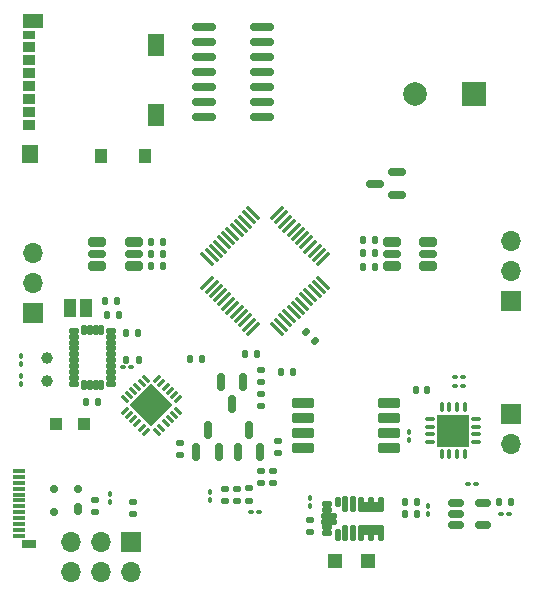
<source format=gbr>
%TF.GenerationSoftware,KiCad,Pcbnew,8.0.5*%
%TF.CreationDate,2024-10-25T00:02:52-07:00*%
%TF.ProjectId,Vanguard_new,56616e67-7561-4726-945f-6e65772e6b69,rev?*%
%TF.SameCoordinates,Original*%
%TF.FileFunction,Soldermask,Top*%
%TF.FilePolarity,Negative*%
%FSLAX46Y46*%
G04 Gerber Fmt 4.6, Leading zero omitted, Abs format (unit mm)*
G04 Created by KiCad (PCBNEW 8.0.5) date 2024-10-25 00:02:52*
%MOMM*%
%LPD*%
G01*
G04 APERTURE LIST*
G04 Aperture macros list*
%AMRoundRect*
0 Rectangle with rounded corners*
0 $1 Rounding radius*
0 $2 $3 $4 $5 $6 $7 $8 $9 X,Y pos of 4 corners*
0 Add a 4 corners polygon primitive as box body*
4,1,4,$2,$3,$4,$5,$6,$7,$8,$9,$2,$3,0*
0 Add four circle primitives for the rounded corners*
1,1,$1+$1,$2,$3*
1,1,$1+$1,$4,$5*
1,1,$1+$1,$6,$7*
1,1,$1+$1,$8,$9*
0 Add four rect primitives between the rounded corners*
20,1,$1+$1,$2,$3,$4,$5,0*
20,1,$1+$1,$4,$5,$6,$7,0*
20,1,$1+$1,$6,$7,$8,$9,0*
20,1,$1+$1,$8,$9,$2,$3,0*%
%AMRotRect*
0 Rectangle, with rotation*
0 The origin of the aperture is its center*
0 $1 length*
0 $2 width*
0 $3 Rotation angle, in degrees counterclockwise*
0 Add horizontal line*
21,1,$1,$2,0,0,$3*%
G04 Aperture macros list end*
%ADD10O,1.700000X1.700000*%
%ADD11R,1.700000X1.700000*%
%ADD12R,1.000000X1.000000*%
%ADD13RoundRect,0.135000X-0.135000X-0.185000X0.135000X-0.185000X0.135000X0.185000X-0.135000X0.185000X0*%
%ADD14RoundRect,0.100000X0.100000X-0.130000X0.100000X0.130000X-0.100000X0.130000X-0.100000X-0.130000X0*%
%ADD15RoundRect,0.135000X0.185000X-0.135000X0.185000X0.135000X-0.185000X0.135000X-0.185000X-0.135000X0*%
%ADD16RoundRect,0.100000X-0.130000X-0.100000X0.130000X-0.100000X0.130000X0.100000X-0.130000X0.100000X0*%
%ADD17RoundRect,0.150000X0.150000X-0.587500X0.150000X0.587500X-0.150000X0.587500X-0.150000X-0.587500X0*%
%ADD18R,1.000000X0.380000*%
%ADD19R,1.150000X0.700000*%
%ADD20RoundRect,0.135000X-0.185000X0.135000X-0.185000X-0.135000X0.185000X-0.135000X0.185000X0.135000X0*%
%ADD21RoundRect,0.147500X-0.147500X-0.172500X0.147500X-0.172500X0.147500X0.172500X-0.147500X0.172500X0*%
%ADD22RoundRect,0.075000X0.521491X-0.415425X-0.415425X0.521491X-0.521491X0.415425X0.415425X-0.521491X0*%
%ADD23RoundRect,0.075000X0.521491X0.415425X0.415425X0.521491X-0.521491X-0.415425X-0.415425X-0.521491X0*%
%ADD24C,1.000000*%
%ADD25RoundRect,0.100000X0.130000X0.100000X-0.130000X0.100000X-0.130000X-0.100000X0.130000X-0.100000X0*%
%ADD26RoundRect,0.135000X0.135000X0.185000X-0.135000X0.185000X-0.135000X-0.185000X0.135000X-0.185000X0*%
%ADD27R,2.700000X2.700000*%
%ADD28RoundRect,0.087500X-0.325000X0.087500X-0.325000X-0.087500X0.325000X-0.087500X0.325000X0.087500X0*%
%ADD29RoundRect,0.087500X-0.087500X0.325000X-0.087500X-0.325000X0.087500X-0.325000X0.087500X0.325000X0*%
%ADD30RoundRect,0.098000X0.859000X0.294000X-0.859000X0.294000X-0.859000X-0.294000X0.859000X-0.294000X0*%
%ADD31RoundRect,0.100000X-0.100000X0.130000X-0.100000X-0.130000X0.100000X-0.130000X0.100000X0.130000X0*%
%ADD32RoundRect,0.150000X-0.512500X-0.150000X0.512500X-0.150000X0.512500X0.150000X-0.512500X0.150000X0*%
%ADD33RoundRect,0.160000X0.565000X0.240000X-0.565000X0.240000X-0.565000X-0.240000X0.565000X-0.240000X0*%
%ADD34RoundRect,0.120000X0.605000X0.180000X-0.605000X0.180000X-0.605000X-0.180000X0.605000X-0.180000X0*%
%ADD35R,1.200000X1.200000*%
%ADD36RoundRect,0.102000X0.975000X-0.300000X0.975000X0.300000X-0.975000X0.300000X-0.975000X-0.300000X0*%
%ADD37RoundRect,0.102000X0.350000X-0.125000X0.350000X0.125000X-0.350000X0.125000X-0.350000X-0.125000X0*%
%ADD38RoundRect,0.102000X0.550000X-0.125000X0.550000X0.125000X-0.550000X0.125000X-0.550000X-0.125000X0*%
%ADD39RoundRect,0.102000X0.125000X-0.350000X0.125000X0.350000X-0.125000X0.350000X-0.125000X-0.350000X0*%
%ADD40RoundRect,0.102000X0.125000X-0.550000X0.125000X0.550000X-0.125000X0.550000X-0.125000X-0.550000X0*%
%ADD41RoundRect,0.102000X0.125000X-0.400000X0.125000X0.400000X-0.125000X0.400000X-0.125000X-0.400000X0*%
%ADD42RoundRect,0.135000X0.226274X0.035355X0.035355X0.226274X-0.226274X-0.035355X-0.035355X-0.226274X0*%
%ADD43R,1.000000X1.500000*%
%ADD44R,1.800000X1.170000*%
%ADD45R,1.350000X1.900000*%
%ADD46R,1.350000X1.550000*%
%ADD47R,1.000000X1.200000*%
%ADD48R,1.100000X0.750000*%
%ADD49R,1.100000X0.850000*%
%ADD50RoundRect,0.160000X-0.565000X-0.240000X0.565000X-0.240000X0.565000X0.240000X-0.565000X0.240000X0*%
%ADD51RoundRect,0.120000X-0.605000X-0.180000X0.605000X-0.180000X0.605000X0.180000X-0.605000X0.180000X0*%
%ADD52C,2.000000*%
%ADD53R,2.000000X2.000000*%
%ADD54RoundRect,0.175000X0.175000X0.325000X-0.175000X0.325000X-0.175000X-0.325000X0.175000X-0.325000X0*%
%ADD55RoundRect,0.150000X0.200000X0.150000X-0.200000X0.150000X-0.200000X-0.150000X0.200000X-0.150000X0*%
%ADD56RoundRect,0.062500X-0.291682X0.203293X0.203293X-0.291682X0.291682X-0.203293X-0.203293X0.291682X0*%
%ADD57RoundRect,0.062500X-0.291682X-0.203293X-0.203293X-0.291682X0.291682X0.203293X0.203293X0.291682X0*%
%ADD58RotRect,2.600000X2.600000X315.000000*%
%ADD59RoundRect,0.102000X0.337500X-0.125000X0.337500X0.125000X-0.337500X0.125000X-0.337500X-0.125000X0*%
%ADD60RoundRect,0.102000X0.125000X-0.287500X0.125000X0.287500X-0.125000X0.287500X-0.125000X-0.287500X0*%
%ADD61RoundRect,0.150000X-0.150000X0.587500X-0.150000X-0.587500X0.150000X-0.587500X0.150000X0.587500X0*%
%ADD62RoundRect,0.150000X0.587500X0.150000X-0.587500X0.150000X-0.587500X-0.150000X0.587500X-0.150000X0*%
%ADD63RoundRect,0.150000X-0.825000X-0.150000X0.825000X-0.150000X0.825000X0.150000X-0.825000X0.150000X0*%
G04 APERTURE END LIST*
D10*
%TO.C,J6*%
X378459520Y-19590063D03*
D11*
X378459520Y-17050063D03*
%TD*%
D12*
%TO.C,TP2*%
X340000000Y-17907491D03*
%TD*%
%TO.C,TP1*%
X342298854Y-17907491D03*
%TD*%
D11*
%TO.C,J2*%
X346298854Y-27867491D03*
D10*
X346298854Y-30407491D03*
X343758854Y-27867491D03*
X343758854Y-30407491D03*
X341218854Y-27867491D03*
X341218854Y-30407491D03*
%TD*%
D13*
%TO.C,R16*%
X370500000Y-24500000D03*
X369480002Y-24500000D03*
%TD*%
D14*
%TO.C,C4*%
X361500000Y-24180000D03*
X361500000Y-24820000D03*
%TD*%
D15*
%TO.C,R7*%
X357298854Y-14377490D03*
X357298854Y-13357492D03*
%TD*%
%TO.C,R11*%
X350500000Y-20509999D03*
X350500000Y-19490001D03*
%TD*%
D16*
%TO.C,D5*%
X378320000Y-25500000D03*
X377680000Y-25500000D03*
%TD*%
D17*
%TO.C,Q1*%
X355348854Y-20242491D03*
X357248854Y-20242491D03*
X356298854Y-18367491D03*
%TD*%
D13*
%TO.C,R13*%
X351298854Y-12367491D03*
X352318852Y-12367491D03*
%TD*%
D16*
%TO.C,D2*%
X357118854Y-25367491D03*
X356478854Y-25367491D03*
%TD*%
D18*
%TO.C,J1*%
X336798854Y-27367491D03*
X336798854Y-26867491D03*
X336798854Y-26367491D03*
X336798854Y-25867491D03*
X336798854Y-25367491D03*
X336798854Y-24867491D03*
X336798854Y-24367491D03*
X336798854Y-23867491D03*
X336798854Y-23367491D03*
X336798854Y-22867491D03*
X336798854Y-22367491D03*
X336798854Y-21867491D03*
D19*
X337638854Y-28037491D03*
%TD*%
D16*
%TO.C,C7*%
X345662500Y-13040000D03*
X346302500Y-13040000D03*
%TD*%
D20*
%TO.C,R5*%
X358298854Y-22877490D03*
X358298854Y-21857492D03*
%TD*%
%TO.C,R1*%
X343298854Y-25377491D03*
X343298854Y-24357491D03*
%TD*%
D13*
%TO.C,R21*%
X358990000Y-13500000D03*
X360010000Y-13500000D03*
%TD*%
%TO.C,R24*%
X342500000Y-16000000D03*
X343519998Y-16000000D03*
%TD*%
D21*
%TO.C,L1*%
X371382399Y-15005582D03*
X370412399Y-15005582D03*
%TD*%
D22*
%TO.C,U2*%
X358671573Y-9828427D03*
X359025127Y-9474873D03*
X359378680Y-9121320D03*
X359732234Y-8767766D03*
X360085787Y-8414213D03*
X360439340Y-8060660D03*
X360792894Y-7707106D03*
X361146447Y-7353553D03*
X361500000Y-7000000D03*
X361853554Y-6646446D03*
X362207107Y-6292893D03*
X362560661Y-5939339D03*
D23*
X362560661Y-3941763D03*
X362207107Y-3588209D03*
X361853554Y-3234656D03*
X361500000Y-2881102D03*
X361146447Y-2527549D03*
X360792894Y-2173996D03*
X360439340Y-1820442D03*
X360085787Y-1466889D03*
X359732234Y-1113336D03*
X359378680Y-759782D03*
X359025127Y-406229D03*
X358671573Y-52675D03*
D22*
X356673997Y-52675D03*
X356320443Y-406229D03*
X355966890Y-759782D03*
X355613336Y-1113336D03*
X355259783Y-1466889D03*
X354906230Y-1820442D03*
X354552676Y-2173996D03*
X354199123Y-2527549D03*
X353845570Y-2881102D03*
X353492016Y-3234656D03*
X353138463Y-3588209D03*
X352784909Y-3941763D03*
D23*
X352784909Y-5939339D03*
X353138463Y-6292893D03*
X353492016Y-6646446D03*
X353845570Y-7000000D03*
X354199123Y-7353553D03*
X354552676Y-7707106D03*
X354906230Y-8060660D03*
X355259783Y-8414213D03*
X355613336Y-8767766D03*
X355966890Y-9121320D03*
X356320443Y-9474873D03*
X356673997Y-9828427D03*
%TD*%
D24*
%TO.C,Y1*%
X339162500Y-12340000D03*
X339162500Y-14240000D03*
%TD*%
D25*
%TO.C,C10*%
X373759380Y-13944923D03*
X374399380Y-13944923D03*
%TD*%
D13*
%TO.C,R18*%
X345930000Y-12457500D03*
X346950000Y-12457500D03*
%TD*%
D26*
%TO.C,R23*%
X345092500Y-7490000D03*
X344072500Y-7490000D03*
%TD*%
D13*
%TO.C,R26*%
X366934999Y-3430000D03*
X365915001Y-3430000D03*
%TD*%
D15*
%TO.C,R10*%
X354250000Y-24379999D03*
X354250000Y-23360001D03*
%TD*%
D10*
%TO.C,J4*%
X378500000Y-2445001D03*
X378500000Y-4985000D03*
D11*
X378500000Y-7525000D03*
%TD*%
D10*
%TO.C,J5*%
X338000000Y-3460001D03*
X338000000Y-6000000D03*
D11*
X338000000Y-8540000D03*
%TD*%
D13*
%TO.C,R29*%
X349000000Y-3500000D03*
X347980002Y-3500000D03*
%TD*%
D27*
%TO.C,U8*%
X373594733Y-18450000D03*
D28*
X375557233Y-17475000D03*
X375557233Y-18125000D03*
X375557233Y-18775000D03*
X375557233Y-19425000D03*
D29*
X374569733Y-20412500D03*
X373919733Y-20412500D03*
X373269733Y-20412500D03*
X372619733Y-20412500D03*
D28*
X371632233Y-19425000D03*
X371632233Y-18775000D03*
X371632233Y-18125000D03*
X371632233Y-17475000D03*
D29*
X372619733Y-16487500D03*
X373269733Y-16487500D03*
X373919733Y-16487500D03*
X374569733Y-16487500D03*
%TD*%
D14*
%TO.C,C2*%
X337000000Y-12820000D03*
X337000000Y-12180000D03*
%TD*%
D26*
%TO.C,R9*%
X357009999Y-12000000D03*
X355990001Y-12000000D03*
%TD*%
D30*
%TO.C,U3*%
X360870000Y-19905000D03*
X360870000Y-18635000D03*
X360870000Y-17365000D03*
X360870000Y-16095000D03*
X368130000Y-16095000D03*
X368130000Y-17365000D03*
X368130000Y-18635000D03*
X368130000Y-19905000D03*
%TD*%
D13*
%TO.C,R17*%
X378509999Y-24500000D03*
X377490001Y-24500000D03*
%TD*%
D15*
%TO.C,R6*%
X357298854Y-21857492D03*
X357298854Y-22877490D03*
%TD*%
D14*
%TO.C,C8*%
X369836739Y-18574670D03*
X369836739Y-19214670D03*
%TD*%
D31*
%TO.C,D3*%
X353000000Y-23680000D03*
X353000000Y-24320000D03*
%TD*%
D32*
%TO.C,U4*%
X376137500Y-24550001D03*
X376137500Y-26449999D03*
X373862500Y-26449999D03*
X373862500Y-25500000D03*
X373862500Y-24550001D03*
%TD*%
D31*
%TO.C,C3*%
X337000000Y-13860000D03*
X337000000Y-14500000D03*
%TD*%
D20*
%TO.C,R12*%
X357298854Y-15357491D03*
X357298854Y-16377491D03*
%TD*%
D33*
%TO.C,PORTSIDE_RGB1*%
X343475000Y-4550000D03*
D34*
X343475000Y-3500000D03*
D33*
X343475000Y-2450000D03*
X346525000Y-2450000D03*
D34*
X346525000Y-3500000D03*
D33*
X346525000Y-4550000D03*
%TD*%
D13*
%TO.C,R25*%
X366934999Y-2320000D03*
X365915001Y-2320000D03*
%TD*%
D35*
%TO.C,D6*%
X363600001Y-29500000D03*
X366399999Y-29500000D03*
%TD*%
D13*
%TO.C,R19*%
X345910000Y-10227500D03*
X346930000Y-10227500D03*
%TD*%
D36*
%TO.C,U5*%
X366610000Y-24910000D03*
X366610000Y-26910000D03*
D37*
X362910000Y-27160000D03*
X362909999Y-26660000D03*
D38*
X363110000Y-26160000D03*
X363110000Y-25660000D03*
D37*
X362909999Y-25160000D03*
X362910000Y-24660000D03*
D39*
X363810000Y-24460000D03*
D40*
X364459999Y-24660000D03*
X365110000Y-24660000D03*
D39*
X365760000Y-24460000D03*
X366610000Y-24460000D03*
X367460000Y-24460000D03*
X367460000Y-27360000D03*
X366610000Y-27360000D03*
X365760000Y-27360000D03*
D40*
X365110000Y-27160000D03*
X364459999Y-27160000D03*
D41*
X363810000Y-27310000D03*
%TD*%
D42*
%TO.C,R22*%
X361139376Y-10139376D03*
X361860624Y-10860624D03*
%TD*%
D13*
%TO.C,R27*%
X366934999Y-4580000D03*
X365915001Y-4580000D03*
%TD*%
%TO.C,R28*%
X349000000Y-4520000D03*
X347980002Y-4520000D03*
%TD*%
D20*
%TO.C,R14*%
X361500000Y-27010000D03*
X361500000Y-25990000D03*
%TD*%
D13*
%TO.C,R30*%
X349010000Y-2450001D03*
X347990002Y-2450001D03*
%TD*%
D31*
%TO.C,C1*%
X344500000Y-24475000D03*
X344500000Y-23835000D03*
%TD*%
D13*
%TO.C,R20*%
X344312500Y-8640000D03*
X345332500Y-8640000D03*
%TD*%
D43*
%TO.C,ADR1*%
X341162500Y-8062500D03*
X342462500Y-8062500D03*
%TD*%
D25*
%TO.C,C9*%
X373759380Y-14652029D03*
X374399380Y-14652029D03*
%TD*%
D44*
%TO.C,J3*%
X337987500Y16255000D03*
D45*
X348462500Y14230000D03*
X348462500Y8260000D03*
D46*
X337762500Y4935000D03*
D47*
X347487500Y4760000D03*
X343787500Y4760000D03*
D48*
X337637500Y15045000D03*
D49*
X337637500Y13995000D03*
X337637500Y12895000D03*
X337637500Y11795000D03*
X337637500Y10695000D03*
X337637500Y9594999D03*
X337637500Y8495000D03*
X337637500Y7394999D03*
%TD*%
D50*
%TO.C,STARBOARD_RGB1*%
X371500000Y-2450000D03*
D51*
X371500000Y-3500000D03*
D50*
X371500000Y-4550000D03*
X368450000Y-4550000D03*
D51*
X368450000Y-3500000D03*
D50*
X368450000Y-2450000D03*
%TD*%
D52*
%TO.C,BZ1*%
X370370785Y10000000D03*
D53*
X375370785Y10000000D03*
%TD*%
D15*
%TO.C,R2*%
X346500000Y-24490001D03*
X346500000Y-25509999D03*
%TD*%
D54*
%TO.C,D1*%
X341798854Y-25117491D03*
D55*
X341798854Y-23417491D03*
X339798854Y-23417491D03*
X339798854Y-25317491D03*
%TD*%
D56*
%TO.C,U1*%
X347562718Y-14051088D03*
X347209165Y-14404642D03*
X346855611Y-14758195D03*
X346502058Y-15111748D03*
X346148505Y-15465302D03*
X345794951Y-15818855D03*
D57*
X345794951Y-16791127D03*
X346148505Y-17144680D03*
X346502058Y-17498234D03*
X346855611Y-17851787D03*
X347209165Y-18205340D03*
X347562718Y-18558894D03*
D56*
X348534990Y-18558894D03*
X348888543Y-18205340D03*
X349242097Y-17851787D03*
X349595650Y-17498234D03*
X349949203Y-17144680D03*
X350302757Y-16791127D03*
D57*
X350302757Y-15818855D03*
X349949203Y-15465302D03*
X349595650Y-15111748D03*
X349242097Y-14758195D03*
X348888543Y-14404642D03*
X348534990Y-14051088D03*
D58*
X348048854Y-16304991D03*
%TD*%
D59*
%TO.C,U6*%
X341500000Y-14500000D03*
D60*
X342312499Y-14562500D03*
X342812500Y-14562500D03*
X343312500Y-14562500D03*
X343812501Y-14562500D03*
D59*
X344625000Y-14500000D03*
X344625000Y-14000000D03*
X344625000Y-13500000D03*
X344625000Y-13000000D03*
X344625000Y-12500000D03*
X344625000Y-12000000D03*
X344625000Y-11500000D03*
X344625000Y-11000000D03*
X344625000Y-10500000D03*
X344625000Y-10000000D03*
D60*
X343812501Y-9937500D03*
X343312500Y-9937500D03*
X342812500Y-9937500D03*
X342312499Y-9937500D03*
D59*
X341500000Y-10000000D03*
X341500000Y-10500000D03*
X341500000Y-11000000D03*
X341500000Y-11500000D03*
X341500000Y-12000000D03*
X341500000Y-12500000D03*
X341500000Y-13000000D03*
X341500000Y-13500000D03*
X341500000Y-14000000D03*
%TD*%
D20*
%TO.C,R4*%
X356298854Y-24377491D03*
X356298854Y-23357491D03*
%TD*%
D26*
%TO.C,R15*%
X369480002Y-25500000D03*
X370500000Y-25500000D03*
%TD*%
D61*
%TO.C,Q3*%
X355798854Y-14367491D03*
X353898854Y-14367491D03*
X354848854Y-16242492D03*
%TD*%
D62*
%TO.C,Q4*%
X368850785Y1500000D03*
X368850785Y3400000D03*
X366975785Y2450000D03*
%TD*%
D15*
%TO.C,R8*%
X358798854Y-19367491D03*
X358798854Y-20387489D03*
%TD*%
D14*
%TO.C,C5*%
X371500000Y-24860000D03*
X371500000Y-25500000D03*
%TD*%
D17*
%TO.C,Q2*%
X351848854Y-20242492D03*
X353748854Y-20242492D03*
X352798854Y-18367491D03*
%TD*%
D20*
%TO.C,R3*%
X355298854Y-23360000D03*
X355298854Y-24380000D03*
%TD*%
D63*
%TO.C,U7*%
X357442500Y15750000D03*
X357442500Y14480000D03*
X357442500Y13210000D03*
X357442500Y11940000D03*
X357442500Y10670000D03*
X357442500Y9400000D03*
X357442500Y8130000D03*
X352492500Y8130000D03*
X352492500Y9400000D03*
X352492500Y10670000D03*
X352492500Y11940000D03*
X352492500Y13210000D03*
X352492500Y14480000D03*
X352492500Y15750000D03*
%TD*%
D25*
%TO.C,C6*%
X374860000Y-23000000D03*
X375500000Y-23000000D03*
%TD*%
M02*

</source>
